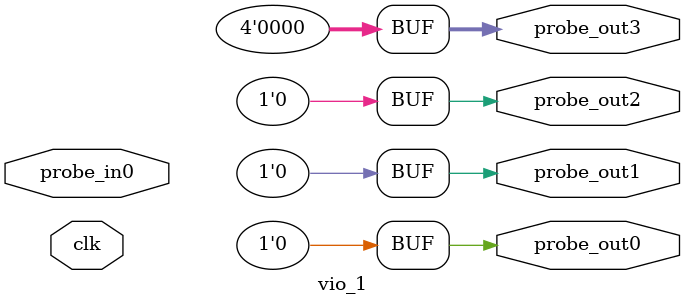
<source format=v>
`timescale 1ns / 1ps
module vio_1 (
clk,
probe_in0,
probe_out0,
probe_out1,
probe_out2,
probe_out3
);

input clk;
input [3 : 0] probe_in0;

output reg [0 : 0] probe_out0 = 'h0 ;
output reg [0 : 0] probe_out1 = 'h0 ;
output reg [0 : 0] probe_out2 = 'h0 ;
output reg [3 : 0] probe_out3 = 'h0 ;


endmodule

</source>
